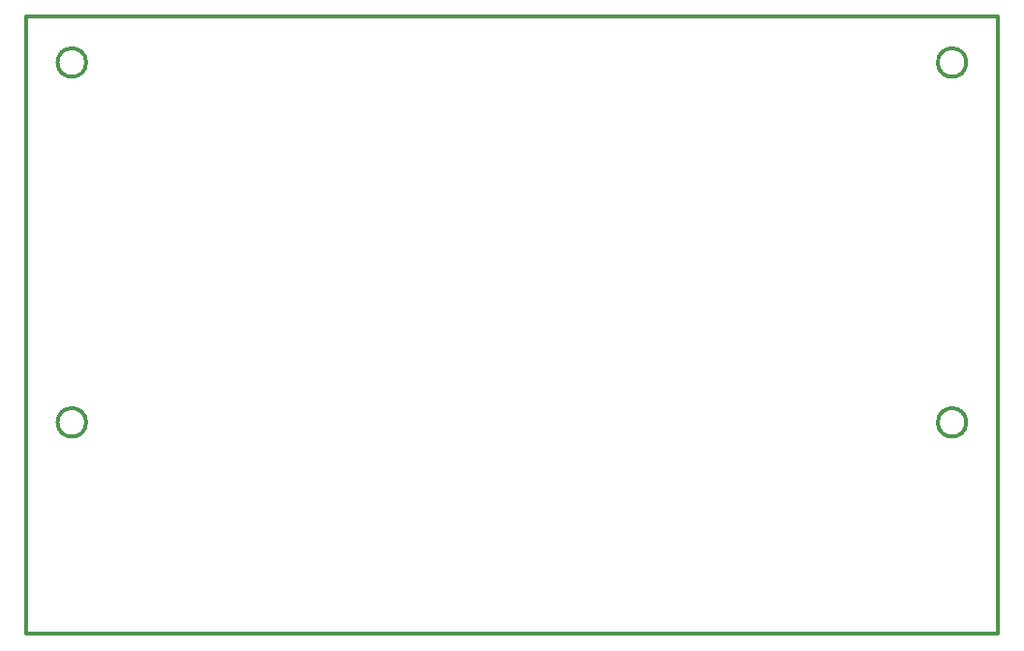
<source format=gm1>
%TF.GenerationSoftware,KiCad,Pcbnew,4.0.2-stable*%
%TF.CreationDate,2016-08-10T11:52:40+09:00*%
%TF.ProjectId,Shimonso-IoT-Type-R,5368696D6F6E736F2D496F542D547970,rev?*%
%TF.FileFunction,Profile,NP*%
%FSLAX46Y46*%
G04 Gerber Fmt 4.6, Leading zero omitted, Abs format (unit mm)*
G04 Created by KiCad (PCBNEW 4.0.2-stable) date 2016年08月10日水曜日 11:52:40*
%MOMM*%
G01*
G04 APERTURE LIST*
%ADD10C,0.100000*%
%ADD11C,0.300000*%
G04 APERTURE END LIST*
D10*
D11*
X132250000Y-131500000D02*
G75*
G03X132250000Y-131500000I-1250000J0D01*
G01*
X132250000Y-100000000D02*
G75*
G03X132250000Y-100000000I-1250000J0D01*
G01*
X55250000Y-131500000D02*
G75*
G03X55250000Y-131500000I-1250000J0D01*
G01*
X55250000Y-100000000D02*
G75*
G03X55250000Y-100000000I-1250000J0D01*
G01*
X135000000Y-96000000D02*
X50000000Y-96000000D01*
X50000000Y-96000000D02*
X50000000Y-150000000D01*
X135000000Y-150000000D02*
X50000000Y-150000000D01*
X135000000Y-96000000D02*
X135000000Y-150000000D01*
M02*

</source>
